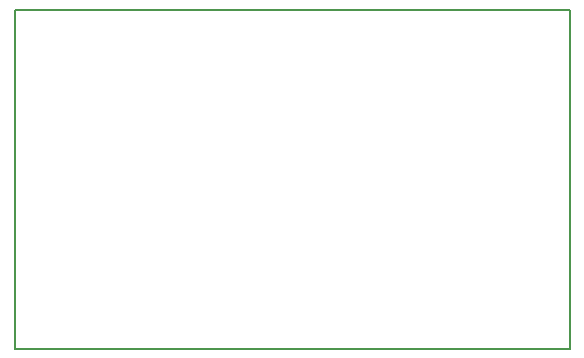
<source format=gko>
G04 (created by PCBNEW (2013-07-07 BZR 4022)-stable) date 06/07/2014 18:00:34*
%MOIN*%
G04 Gerber Fmt 3.4, Leading zero omitted, Abs format*
%FSLAX34Y34*%
G01*
G70*
G90*
G04 APERTURE LIST*
%ADD10C,0.00393701*%
%ADD11C,0.00590551*%
G04 APERTURE END LIST*
G54D10*
G54D11*
X18050Y-14200D02*
X17850Y-14200D01*
X18050Y-25500D02*
X17850Y-25500D01*
X36350Y-14200D02*
X36350Y-25500D01*
X18050Y-14200D02*
X36350Y-14200D01*
X17850Y-25500D02*
X17850Y-14200D01*
X36350Y-25500D02*
X18050Y-25500D01*
M02*

</source>
